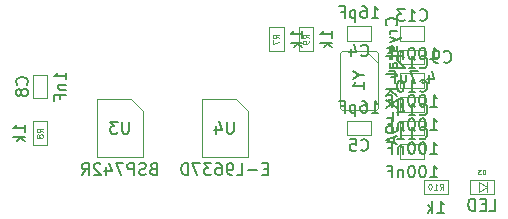
<source format=gbr>
%TF.GenerationSoftware,KiCad,Pcbnew,4.0.7-e2-6376~58~ubuntu16.04.1*%
%TF.CreationDate,2017-12-06T16:05:08+02:00*%
%TF.ProjectId,ecu_emu,6563755F656D752E6B696361645F7063,rev?*%
%TF.FileFunction,Other,Fab,Bot*%
%FSLAX46Y46*%
G04 Gerber Fmt 4.6, Leading zero omitted, Abs format (unit mm)*
G04 Created by KiCad (PCBNEW 4.0.7-e2-6376~58~ubuntu16.04.1) date Wed Dec  6 16:05:08 2017*
%MOMM*%
%LPD*%
G01*
G04 APERTURE LIST*
%ADD10C,0.100000*%
%ADD11C,0.150000*%
%ADD12C,0.075000*%
G04 APERTURE END LIST*
D10*
X65500000Y-22380000D02*
X65500000Y-23620000D01*
X67500000Y-22380000D02*
X65500000Y-22380000D01*
X67500000Y-23620000D02*
X67500000Y-22380000D01*
X65500000Y-23620000D02*
X67500000Y-23620000D01*
X65500000Y-30380000D02*
X65500000Y-31620000D01*
X67500000Y-30380000D02*
X65500000Y-30380000D01*
X67500000Y-31620000D02*
X67500000Y-30380000D01*
X65500000Y-31620000D02*
X67500000Y-31620000D01*
X72000000Y-25620000D02*
X72000000Y-24380000D01*
X70000000Y-25620000D02*
X72000000Y-25620000D01*
X70000000Y-24380000D02*
X70000000Y-25620000D01*
X72000000Y-24380000D02*
X70000000Y-24380000D01*
X60120000Y-22500000D02*
X58880000Y-22500000D01*
X60120000Y-24500000D02*
X60120000Y-22500000D01*
X58880000Y-24500000D02*
X60120000Y-24500000D01*
X58880000Y-22500000D02*
X58880000Y-24500000D01*
X38880000Y-32450000D02*
X40120000Y-32450000D01*
X38880000Y-30450000D02*
X38880000Y-32450000D01*
X40120000Y-30450000D02*
X38880000Y-30450000D01*
X40120000Y-32450000D02*
X40120000Y-30450000D01*
X56070000Y-28585000D02*
X53170000Y-28585000D01*
X53170000Y-28585000D02*
X53170000Y-33485000D01*
X53170000Y-33485000D02*
X57070000Y-33485000D01*
X57070000Y-33485000D02*
X57070000Y-29585000D01*
X57070000Y-29585000D02*
X56070000Y-28585000D01*
X64900000Y-24700000D02*
X64900000Y-29300000D01*
X64900000Y-29300000D02*
X65100000Y-29500000D01*
X65100000Y-29500000D02*
X67900000Y-29500000D01*
X67900000Y-29500000D02*
X68100000Y-29300000D01*
X68100000Y-29300000D02*
X68100000Y-24700000D01*
X68100000Y-24700000D02*
X67900000Y-24500000D01*
X67900000Y-24500000D02*
X65100000Y-24500000D01*
X65100000Y-24500000D02*
X64900000Y-24700000D01*
X67100000Y-24500000D02*
X68100000Y-25500000D01*
X62620000Y-22500000D02*
X61380000Y-22500000D01*
X62620000Y-24500000D02*
X62620000Y-22500000D01*
X61380000Y-24500000D02*
X62620000Y-24500000D01*
X61380000Y-22500000D02*
X61380000Y-24500000D01*
X40120000Y-26500000D02*
X38880000Y-26500000D01*
X40120000Y-28500000D02*
X40120000Y-26500000D01*
X38880000Y-28500000D02*
X40120000Y-28500000D01*
X38880000Y-26500000D02*
X38880000Y-28500000D01*
X72000000Y-29620000D02*
X72000000Y-28380000D01*
X70000000Y-29620000D02*
X72000000Y-29620000D01*
X70000000Y-28380000D02*
X70000000Y-29620000D01*
X72000000Y-28380000D02*
X70000000Y-28380000D01*
X72000000Y-33620000D02*
X72000000Y-32380000D01*
X70000000Y-33620000D02*
X72000000Y-33620000D01*
X70000000Y-32380000D02*
X70000000Y-33620000D01*
X72000000Y-32380000D02*
X70000000Y-32380000D01*
X72000000Y-27620000D02*
X72000000Y-26380000D01*
X70000000Y-27620000D02*
X72000000Y-27620000D01*
X70000000Y-26380000D02*
X70000000Y-27620000D01*
X72000000Y-26380000D02*
X70000000Y-26380000D01*
X72000000Y-23620000D02*
X72000000Y-22380000D01*
X70000000Y-23620000D02*
X72000000Y-23620000D01*
X70000000Y-22380000D02*
X70000000Y-23620000D01*
X72000000Y-22380000D02*
X70000000Y-22380000D01*
X72000000Y-31620000D02*
X72000000Y-30380000D01*
X70000000Y-31620000D02*
X72000000Y-31620000D01*
X70000000Y-30380000D02*
X70000000Y-31620000D01*
X72000000Y-30380000D02*
X70000000Y-30380000D01*
X47192000Y-28585000D02*
X44292000Y-28585000D01*
X44292000Y-28585000D02*
X44292000Y-33485000D01*
X44292000Y-33485000D02*
X48192000Y-33485000D01*
X48192000Y-33485000D02*
X48192000Y-29585000D01*
X48192000Y-29585000D02*
X47192000Y-28585000D01*
X77300000Y-35600000D02*
X77300000Y-36400000D01*
X77300000Y-36000000D02*
X76700000Y-35600000D01*
X76700000Y-36400000D02*
X77300000Y-36000000D01*
X76700000Y-35600000D02*
X76700000Y-36400000D01*
X75900000Y-36600000D02*
X77900000Y-36600000D01*
X75900000Y-35400000D02*
X75900000Y-36600000D01*
X77900000Y-35400000D02*
X75900000Y-35400000D01*
X77900000Y-36600000D02*
X77900000Y-35400000D01*
X74000000Y-36620000D02*
X74000000Y-35380000D01*
X72000000Y-36620000D02*
X74000000Y-36620000D01*
X72000000Y-35380000D02*
X72000000Y-36620000D01*
X74000000Y-35380000D02*
X72000000Y-35380000D01*
D11*
X67571428Y-21702381D02*
X68142857Y-21702381D01*
X67857143Y-21702381D02*
X67857143Y-20702381D01*
X67952381Y-20845238D01*
X68047619Y-20940476D01*
X68142857Y-20988095D01*
X66714285Y-20702381D02*
X66904762Y-20702381D01*
X67000000Y-20750000D01*
X67047619Y-20797619D01*
X67142857Y-20940476D01*
X67190476Y-21130952D01*
X67190476Y-21511905D01*
X67142857Y-21607143D01*
X67095238Y-21654762D01*
X67000000Y-21702381D01*
X66809523Y-21702381D01*
X66714285Y-21654762D01*
X66666666Y-21607143D01*
X66619047Y-21511905D01*
X66619047Y-21273810D01*
X66666666Y-21178571D01*
X66714285Y-21130952D01*
X66809523Y-21083333D01*
X67000000Y-21083333D01*
X67095238Y-21130952D01*
X67142857Y-21178571D01*
X67190476Y-21273810D01*
X66190476Y-21035714D02*
X66190476Y-22035714D01*
X66190476Y-21083333D02*
X66095238Y-21035714D01*
X65904761Y-21035714D01*
X65809523Y-21083333D01*
X65761904Y-21130952D01*
X65714285Y-21226190D01*
X65714285Y-21511905D01*
X65761904Y-21607143D01*
X65809523Y-21654762D01*
X65904761Y-21702381D01*
X66095238Y-21702381D01*
X66190476Y-21654762D01*
X64952380Y-21178571D02*
X65285714Y-21178571D01*
X65285714Y-21702381D02*
X65285714Y-20702381D01*
X64809523Y-20702381D01*
X66666666Y-24857143D02*
X66714285Y-24904762D01*
X66857142Y-24952381D01*
X66952380Y-24952381D01*
X67095238Y-24904762D01*
X67190476Y-24809524D01*
X67238095Y-24714286D01*
X67285714Y-24523810D01*
X67285714Y-24380952D01*
X67238095Y-24190476D01*
X67190476Y-24095238D01*
X67095238Y-24000000D01*
X66952380Y-23952381D01*
X66857142Y-23952381D01*
X66714285Y-24000000D01*
X66666666Y-24047619D01*
X65809523Y-24285714D02*
X65809523Y-24952381D01*
X66047619Y-23904762D02*
X66285714Y-24619048D01*
X65666666Y-24619048D01*
X67571428Y-29702381D02*
X68142857Y-29702381D01*
X67857143Y-29702381D02*
X67857143Y-28702381D01*
X67952381Y-28845238D01*
X68047619Y-28940476D01*
X68142857Y-28988095D01*
X66714285Y-28702381D02*
X66904762Y-28702381D01*
X67000000Y-28750000D01*
X67047619Y-28797619D01*
X67142857Y-28940476D01*
X67190476Y-29130952D01*
X67190476Y-29511905D01*
X67142857Y-29607143D01*
X67095238Y-29654762D01*
X67000000Y-29702381D01*
X66809523Y-29702381D01*
X66714285Y-29654762D01*
X66666666Y-29607143D01*
X66619047Y-29511905D01*
X66619047Y-29273810D01*
X66666666Y-29178571D01*
X66714285Y-29130952D01*
X66809523Y-29083333D01*
X67000000Y-29083333D01*
X67095238Y-29130952D01*
X67142857Y-29178571D01*
X67190476Y-29273810D01*
X66190476Y-29035714D02*
X66190476Y-30035714D01*
X66190476Y-29083333D02*
X66095238Y-29035714D01*
X65904761Y-29035714D01*
X65809523Y-29083333D01*
X65761904Y-29130952D01*
X65714285Y-29226190D01*
X65714285Y-29511905D01*
X65761904Y-29607143D01*
X65809523Y-29654762D01*
X65904761Y-29702381D01*
X66095238Y-29702381D01*
X66190476Y-29654762D01*
X64952380Y-29178571D02*
X65285714Y-29178571D01*
X65285714Y-29702381D02*
X65285714Y-28702381D01*
X64809523Y-28702381D01*
X66666666Y-32857143D02*
X66714285Y-32904762D01*
X66857142Y-32952381D01*
X66952380Y-32952381D01*
X67095238Y-32904762D01*
X67190476Y-32809524D01*
X67238095Y-32714286D01*
X67285714Y-32523810D01*
X67285714Y-32380952D01*
X67238095Y-32190476D01*
X67190476Y-32095238D01*
X67095238Y-32000000D01*
X66952380Y-31952381D01*
X66857142Y-31952381D01*
X66714285Y-32000000D01*
X66666666Y-32047619D01*
X65761904Y-31952381D02*
X66238095Y-31952381D01*
X66285714Y-32428571D01*
X66238095Y-32380952D01*
X66142857Y-32333333D01*
X65904761Y-32333333D01*
X65809523Y-32380952D01*
X65761904Y-32428571D01*
X65714285Y-32523810D01*
X65714285Y-32761905D01*
X65761904Y-32857143D01*
X65809523Y-32904762D01*
X65904761Y-32952381D01*
X66142857Y-32952381D01*
X66238095Y-32904762D01*
X66285714Y-32857143D01*
X72404761Y-26535714D02*
X72404761Y-27202381D01*
X72642857Y-26154762D02*
X72880952Y-26869048D01*
X72261904Y-26869048D01*
X71880952Y-27107143D02*
X71833333Y-27154762D01*
X71880952Y-27202381D01*
X71928571Y-27154762D01*
X71880952Y-27107143D01*
X71880952Y-27202381D01*
X71500000Y-26202381D02*
X70833333Y-26202381D01*
X71261905Y-27202381D01*
X70023809Y-26535714D02*
X70023809Y-27202381D01*
X70452381Y-26535714D02*
X70452381Y-27059524D01*
X70404762Y-27154762D01*
X70309524Y-27202381D01*
X70166666Y-27202381D01*
X70071428Y-27154762D01*
X70023809Y-27107143D01*
X69214285Y-26678571D02*
X69547619Y-26678571D01*
X69547619Y-27202381D02*
X69547619Y-26202381D01*
X69071428Y-26202381D01*
X73680666Y-25391143D02*
X73728285Y-25438762D01*
X73871142Y-25486381D01*
X73966380Y-25486381D01*
X74109238Y-25438762D01*
X74204476Y-25343524D01*
X74252095Y-25248286D01*
X74299714Y-25057810D01*
X74299714Y-24914952D01*
X74252095Y-24724476D01*
X74204476Y-24629238D01*
X74109238Y-24534000D01*
X73966380Y-24486381D01*
X73871142Y-24486381D01*
X73728285Y-24534000D01*
X73680666Y-24581619D01*
X73204476Y-25486381D02*
X73014000Y-25486381D01*
X72918761Y-25438762D01*
X72871142Y-25391143D01*
X72775904Y-25248286D01*
X72728285Y-25057810D01*
X72728285Y-24676857D01*
X72775904Y-24581619D01*
X72823523Y-24534000D01*
X72918761Y-24486381D01*
X73109238Y-24486381D01*
X73204476Y-24534000D01*
X73252095Y-24581619D01*
X73299714Y-24676857D01*
X73299714Y-24914952D01*
X73252095Y-25010190D01*
X73204476Y-25057810D01*
X73109238Y-25105429D01*
X72918761Y-25105429D01*
X72823523Y-25057810D01*
X72775904Y-25010190D01*
X72728285Y-24914952D01*
X61702381Y-23380953D02*
X61702381Y-22809524D01*
X61702381Y-23095238D02*
X60702381Y-23095238D01*
X60845238Y-23000000D01*
X60940476Y-22904762D01*
X60988095Y-22809524D01*
X61702381Y-23809524D02*
X60702381Y-23809524D01*
X61321429Y-23904762D02*
X61702381Y-24190477D01*
X61035714Y-24190477D02*
X61416667Y-23809524D01*
D12*
X59726190Y-23416667D02*
X59488095Y-23250000D01*
X59726190Y-23130953D02*
X59226190Y-23130953D01*
X59226190Y-23321429D01*
X59250000Y-23369048D01*
X59273810Y-23392857D01*
X59321429Y-23416667D01*
X59392857Y-23416667D01*
X59440476Y-23392857D01*
X59464286Y-23369048D01*
X59488095Y-23321429D01*
X59488095Y-23130953D01*
X59226190Y-23583334D02*
X59226190Y-23916667D01*
X59726190Y-23702381D01*
D11*
X38202381Y-31330953D02*
X38202381Y-30759524D01*
X38202381Y-31045238D02*
X37202381Y-31045238D01*
X37345238Y-30950000D01*
X37440476Y-30854762D01*
X37488095Y-30759524D01*
X38202381Y-31759524D02*
X37202381Y-31759524D01*
X37821429Y-31854762D02*
X38202381Y-32140477D01*
X37535714Y-32140477D02*
X37916667Y-31759524D01*
D12*
X39726190Y-31366667D02*
X39488095Y-31200000D01*
X39726190Y-31080953D02*
X39226190Y-31080953D01*
X39226190Y-31271429D01*
X39250000Y-31319048D01*
X39273810Y-31342857D01*
X39321429Y-31366667D01*
X39392857Y-31366667D01*
X39440476Y-31342857D01*
X39464286Y-31319048D01*
X39488095Y-31271429D01*
X39488095Y-31080953D01*
X39440476Y-31652381D02*
X39416667Y-31604762D01*
X39392857Y-31580953D01*
X39345238Y-31557143D01*
X39321429Y-31557143D01*
X39273810Y-31580953D01*
X39250000Y-31604762D01*
X39226190Y-31652381D01*
X39226190Y-31747619D01*
X39250000Y-31795238D01*
X39273810Y-31819048D01*
X39321429Y-31842857D01*
X39345238Y-31842857D01*
X39392857Y-31819048D01*
X39416667Y-31795238D01*
X39440476Y-31747619D01*
X39440476Y-31652381D01*
X39464286Y-31604762D01*
X39488095Y-31580953D01*
X39535714Y-31557143D01*
X39630952Y-31557143D01*
X39678571Y-31580953D01*
X39702381Y-31604762D01*
X39726190Y-31652381D01*
X39726190Y-31747619D01*
X39702381Y-31795238D01*
X39678571Y-31819048D01*
X39630952Y-31842857D01*
X39535714Y-31842857D01*
X39488095Y-31819048D01*
X39464286Y-31795238D01*
X39440476Y-31747619D01*
D11*
X58762857Y-34463571D02*
X58429523Y-34463571D01*
X58286666Y-34987381D02*
X58762857Y-34987381D01*
X58762857Y-33987381D01*
X58286666Y-33987381D01*
X57858095Y-34606429D02*
X57096190Y-34606429D01*
X56143809Y-34987381D02*
X56620000Y-34987381D01*
X56620000Y-33987381D01*
X55762857Y-34987381D02*
X55572381Y-34987381D01*
X55477142Y-34939762D01*
X55429523Y-34892143D01*
X55334285Y-34749286D01*
X55286666Y-34558810D01*
X55286666Y-34177857D01*
X55334285Y-34082619D01*
X55381904Y-34035000D01*
X55477142Y-33987381D01*
X55667619Y-33987381D01*
X55762857Y-34035000D01*
X55810476Y-34082619D01*
X55858095Y-34177857D01*
X55858095Y-34415952D01*
X55810476Y-34511190D01*
X55762857Y-34558810D01*
X55667619Y-34606429D01*
X55477142Y-34606429D01*
X55381904Y-34558810D01*
X55334285Y-34511190D01*
X55286666Y-34415952D01*
X54429523Y-33987381D02*
X54620000Y-33987381D01*
X54715238Y-34035000D01*
X54762857Y-34082619D01*
X54858095Y-34225476D01*
X54905714Y-34415952D01*
X54905714Y-34796905D01*
X54858095Y-34892143D01*
X54810476Y-34939762D01*
X54715238Y-34987381D01*
X54524761Y-34987381D01*
X54429523Y-34939762D01*
X54381904Y-34892143D01*
X54334285Y-34796905D01*
X54334285Y-34558810D01*
X54381904Y-34463571D01*
X54429523Y-34415952D01*
X54524761Y-34368333D01*
X54715238Y-34368333D01*
X54810476Y-34415952D01*
X54858095Y-34463571D01*
X54905714Y-34558810D01*
X54000952Y-33987381D02*
X53381904Y-33987381D01*
X53715238Y-34368333D01*
X53572380Y-34368333D01*
X53477142Y-34415952D01*
X53429523Y-34463571D01*
X53381904Y-34558810D01*
X53381904Y-34796905D01*
X53429523Y-34892143D01*
X53477142Y-34939762D01*
X53572380Y-34987381D01*
X53858095Y-34987381D01*
X53953333Y-34939762D01*
X54000952Y-34892143D01*
X53048571Y-33987381D02*
X52381904Y-33987381D01*
X52810476Y-34987381D01*
X52000952Y-34987381D02*
X52000952Y-33987381D01*
X51762857Y-33987381D01*
X51619999Y-34035000D01*
X51524761Y-34130238D01*
X51477142Y-34225476D01*
X51429523Y-34415952D01*
X51429523Y-34558810D01*
X51477142Y-34749286D01*
X51524761Y-34844524D01*
X51619999Y-34939762D01*
X51762857Y-34987381D01*
X52000952Y-34987381D01*
X55881905Y-30487381D02*
X55881905Y-31296905D01*
X55834286Y-31392143D01*
X55786667Y-31439762D01*
X55691429Y-31487381D01*
X55500952Y-31487381D01*
X55405714Y-31439762D01*
X55358095Y-31392143D01*
X55310476Y-31296905D01*
X55310476Y-30487381D01*
X54405714Y-30820714D02*
X54405714Y-31487381D01*
X54643810Y-30439762D02*
X54881905Y-31154048D01*
X54262857Y-31154048D01*
X69657143Y-22333333D02*
X69704762Y-22285714D01*
X69752381Y-22142857D01*
X69752381Y-22047619D01*
X69704762Y-21904761D01*
X69609524Y-21809523D01*
X69514286Y-21761904D01*
X69323810Y-21714285D01*
X69180952Y-21714285D01*
X68990476Y-21761904D01*
X68895238Y-21809523D01*
X68800000Y-21904761D01*
X68752381Y-22047619D01*
X68752381Y-22142857D01*
X68800000Y-22285714D01*
X68847619Y-22333333D01*
X69752381Y-22761904D02*
X69085714Y-22761904D01*
X69276190Y-22761904D02*
X69180952Y-22809523D01*
X69133333Y-22857142D01*
X69085714Y-22952380D01*
X69085714Y-23047619D01*
X69085714Y-23285714D02*
X69752381Y-23523809D01*
X69085714Y-23761905D02*
X69752381Y-23523809D01*
X69990476Y-23428571D01*
X70038095Y-23380952D01*
X70085714Y-23285714D01*
X69704762Y-24095238D02*
X69752381Y-24190476D01*
X69752381Y-24380952D01*
X69704762Y-24476191D01*
X69609524Y-24523810D01*
X69561905Y-24523810D01*
X69466667Y-24476191D01*
X69419048Y-24380952D01*
X69419048Y-24238095D01*
X69371429Y-24142857D01*
X69276190Y-24095238D01*
X69228571Y-24095238D01*
X69133333Y-24142857D01*
X69085714Y-24238095D01*
X69085714Y-24380952D01*
X69133333Y-24476191D01*
X69085714Y-24809524D02*
X69085714Y-25190476D01*
X68752381Y-24952381D02*
X69609524Y-24952381D01*
X69704762Y-25000000D01*
X69752381Y-25095238D01*
X69752381Y-25190476D01*
X69752381Y-25952382D02*
X69228571Y-25952382D01*
X69133333Y-25904763D01*
X69085714Y-25809525D01*
X69085714Y-25619048D01*
X69133333Y-25523810D01*
X69704762Y-25952382D02*
X69752381Y-25857144D01*
X69752381Y-25619048D01*
X69704762Y-25523810D01*
X69609524Y-25476191D01*
X69514286Y-25476191D01*
X69419048Y-25523810D01*
X69371429Y-25619048D01*
X69371429Y-25857144D01*
X69323810Y-25952382D01*
X69752381Y-26571429D02*
X69704762Y-26476191D01*
X69609524Y-26428572D01*
X68752381Y-26428572D01*
X69752381Y-27714287D02*
X68752381Y-27714287D01*
X69752381Y-28285716D02*
X69180952Y-27857144D01*
X68752381Y-28285716D02*
X69323810Y-27714287D01*
X68752381Y-28619049D02*
X69752381Y-29285716D01*
X68752381Y-29285716D02*
X69752381Y-28619049D01*
X69371429Y-29666668D02*
X69371429Y-30428573D01*
X69752381Y-30952382D02*
X69752381Y-31142858D01*
X69704762Y-31238097D01*
X69657143Y-31285716D01*
X69514286Y-31380954D01*
X69323810Y-31428573D01*
X68942857Y-31428573D01*
X68847619Y-31380954D01*
X68800000Y-31333335D01*
X68752381Y-31238097D01*
X68752381Y-31047620D01*
X68800000Y-30952382D01*
X68847619Y-30904763D01*
X68942857Y-30857144D01*
X69180952Y-30857144D01*
X69276190Y-30904763D01*
X69323810Y-30952382D01*
X69371429Y-31047620D01*
X69371429Y-31238097D01*
X69323810Y-31333335D01*
X69276190Y-31380954D01*
X69180952Y-31428573D01*
X69466667Y-31809525D02*
X69466667Y-32285716D01*
X69752381Y-31714287D02*
X68752381Y-32047620D01*
X69752381Y-32380954D01*
X66476190Y-26523809D02*
X66952381Y-26523809D01*
X65952381Y-26190476D02*
X66476190Y-26523809D01*
X65952381Y-26857143D01*
X66952381Y-27714286D02*
X66952381Y-27142857D01*
X66952381Y-27428571D02*
X65952381Y-27428571D01*
X66095238Y-27333333D01*
X66190476Y-27238095D01*
X66238095Y-27142857D01*
X64202381Y-23380953D02*
X64202381Y-22809524D01*
X64202381Y-23095238D02*
X63202381Y-23095238D01*
X63345238Y-23000000D01*
X63440476Y-22904762D01*
X63488095Y-22809524D01*
X64202381Y-23809524D02*
X63202381Y-23809524D01*
X63821429Y-23904762D02*
X64202381Y-24190477D01*
X63535714Y-24190477D02*
X63916667Y-23809524D01*
D12*
X62226190Y-23416667D02*
X61988095Y-23250000D01*
X62226190Y-23130953D02*
X61726190Y-23130953D01*
X61726190Y-23321429D01*
X61750000Y-23369048D01*
X61773810Y-23392857D01*
X61821429Y-23416667D01*
X61892857Y-23416667D01*
X61940476Y-23392857D01*
X61964286Y-23369048D01*
X61988095Y-23321429D01*
X61988095Y-23130953D01*
X62226190Y-23654762D02*
X62226190Y-23750000D01*
X62202381Y-23797619D01*
X62178571Y-23821429D01*
X62107143Y-23869048D01*
X62011905Y-23892857D01*
X61821429Y-23892857D01*
X61773810Y-23869048D01*
X61750000Y-23845238D01*
X61726190Y-23797619D01*
X61726190Y-23702381D01*
X61750000Y-23654762D01*
X61773810Y-23630953D01*
X61821429Y-23607143D01*
X61940476Y-23607143D01*
X61988095Y-23630953D01*
X62011905Y-23654762D01*
X62035714Y-23702381D01*
X62035714Y-23797619D01*
X62011905Y-23845238D01*
X61988095Y-23869048D01*
X61940476Y-23892857D01*
D11*
X41702381Y-26904762D02*
X41702381Y-26333333D01*
X41702381Y-26619047D02*
X40702381Y-26619047D01*
X40845238Y-26523809D01*
X40940476Y-26428571D01*
X40988095Y-26333333D01*
X41035714Y-27333333D02*
X41702381Y-27333333D01*
X41130952Y-27333333D02*
X41083333Y-27380952D01*
X41035714Y-27476190D01*
X41035714Y-27619048D01*
X41083333Y-27714286D01*
X41178571Y-27761905D01*
X41702381Y-27761905D01*
X41178571Y-28571429D02*
X41178571Y-28238095D01*
X41702381Y-28238095D02*
X40702381Y-28238095D01*
X40702381Y-28714286D01*
X38357143Y-27333334D02*
X38404762Y-27285715D01*
X38452381Y-27142858D01*
X38452381Y-27047620D01*
X38404762Y-26904762D01*
X38309524Y-26809524D01*
X38214286Y-26761905D01*
X38023810Y-26714286D01*
X37880952Y-26714286D01*
X37690476Y-26761905D01*
X37595238Y-26809524D01*
X37500000Y-26904762D01*
X37452381Y-27047620D01*
X37452381Y-27142858D01*
X37500000Y-27285715D01*
X37547619Y-27333334D01*
X37880952Y-27904762D02*
X37833333Y-27809524D01*
X37785714Y-27761905D01*
X37690476Y-27714286D01*
X37642857Y-27714286D01*
X37547619Y-27761905D01*
X37500000Y-27809524D01*
X37452381Y-27904762D01*
X37452381Y-28095239D01*
X37500000Y-28190477D01*
X37547619Y-28238096D01*
X37642857Y-28285715D01*
X37690476Y-28285715D01*
X37785714Y-28238096D01*
X37833333Y-28190477D01*
X37880952Y-28095239D01*
X37880952Y-27904762D01*
X37928571Y-27809524D01*
X37976190Y-27761905D01*
X38071429Y-27714286D01*
X38261905Y-27714286D01*
X38357143Y-27761905D01*
X38404762Y-27809524D01*
X38452381Y-27904762D01*
X38452381Y-28095239D01*
X38404762Y-28190477D01*
X38357143Y-28238096D01*
X38261905Y-28285715D01*
X38071429Y-28285715D01*
X37976190Y-28238096D01*
X37928571Y-28190477D01*
X37880952Y-28095239D01*
X72547619Y-31202381D02*
X73119048Y-31202381D01*
X72833334Y-31202381D02*
X72833334Y-30202381D01*
X72928572Y-30345238D01*
X73023810Y-30440476D01*
X73119048Y-30488095D01*
X71928572Y-30202381D02*
X71833333Y-30202381D01*
X71738095Y-30250000D01*
X71690476Y-30297619D01*
X71642857Y-30392857D01*
X71595238Y-30583333D01*
X71595238Y-30821429D01*
X71642857Y-31011905D01*
X71690476Y-31107143D01*
X71738095Y-31154762D01*
X71833333Y-31202381D01*
X71928572Y-31202381D01*
X72023810Y-31154762D01*
X72071429Y-31107143D01*
X72119048Y-31011905D01*
X72166667Y-30821429D01*
X72166667Y-30583333D01*
X72119048Y-30392857D01*
X72071429Y-30297619D01*
X72023810Y-30250000D01*
X71928572Y-30202381D01*
X70976191Y-30202381D02*
X70880952Y-30202381D01*
X70785714Y-30250000D01*
X70738095Y-30297619D01*
X70690476Y-30392857D01*
X70642857Y-30583333D01*
X70642857Y-30821429D01*
X70690476Y-31011905D01*
X70738095Y-31107143D01*
X70785714Y-31154762D01*
X70880952Y-31202381D01*
X70976191Y-31202381D01*
X71071429Y-31154762D01*
X71119048Y-31107143D01*
X71166667Y-31011905D01*
X71214286Y-30821429D01*
X71214286Y-30583333D01*
X71166667Y-30392857D01*
X71119048Y-30297619D01*
X71071429Y-30250000D01*
X70976191Y-30202381D01*
X70214286Y-30535714D02*
X70214286Y-31202381D01*
X70214286Y-30630952D02*
X70166667Y-30583333D01*
X70071429Y-30535714D01*
X69928571Y-30535714D01*
X69833333Y-30583333D01*
X69785714Y-30678571D01*
X69785714Y-31202381D01*
X68976190Y-30678571D02*
X69309524Y-30678571D01*
X69309524Y-31202381D02*
X69309524Y-30202381D01*
X68833333Y-30202381D01*
X71642857Y-27857143D02*
X71690476Y-27904762D01*
X71833333Y-27952381D01*
X71928571Y-27952381D01*
X72071429Y-27904762D01*
X72166667Y-27809524D01*
X72214286Y-27714286D01*
X72261905Y-27523810D01*
X72261905Y-27380952D01*
X72214286Y-27190476D01*
X72166667Y-27095238D01*
X72071429Y-27000000D01*
X71928571Y-26952381D01*
X71833333Y-26952381D01*
X71690476Y-27000000D01*
X71642857Y-27047619D01*
X70690476Y-27952381D02*
X71261905Y-27952381D01*
X70976191Y-27952381D02*
X70976191Y-26952381D01*
X71071429Y-27095238D01*
X71166667Y-27190476D01*
X71261905Y-27238095D01*
X70071429Y-26952381D02*
X69976190Y-26952381D01*
X69880952Y-27000000D01*
X69833333Y-27047619D01*
X69785714Y-27142857D01*
X69738095Y-27333333D01*
X69738095Y-27571429D01*
X69785714Y-27761905D01*
X69833333Y-27857143D01*
X69880952Y-27904762D01*
X69976190Y-27952381D01*
X70071429Y-27952381D01*
X70166667Y-27904762D01*
X70214286Y-27857143D01*
X70261905Y-27761905D01*
X70309524Y-27571429D01*
X70309524Y-27333333D01*
X70261905Y-27142857D01*
X70214286Y-27047619D01*
X70166667Y-27000000D01*
X70071429Y-26952381D01*
X72547619Y-35202381D02*
X73119048Y-35202381D01*
X72833334Y-35202381D02*
X72833334Y-34202381D01*
X72928572Y-34345238D01*
X73023810Y-34440476D01*
X73119048Y-34488095D01*
X71928572Y-34202381D02*
X71833333Y-34202381D01*
X71738095Y-34250000D01*
X71690476Y-34297619D01*
X71642857Y-34392857D01*
X71595238Y-34583333D01*
X71595238Y-34821429D01*
X71642857Y-35011905D01*
X71690476Y-35107143D01*
X71738095Y-35154762D01*
X71833333Y-35202381D01*
X71928572Y-35202381D01*
X72023810Y-35154762D01*
X72071429Y-35107143D01*
X72119048Y-35011905D01*
X72166667Y-34821429D01*
X72166667Y-34583333D01*
X72119048Y-34392857D01*
X72071429Y-34297619D01*
X72023810Y-34250000D01*
X71928572Y-34202381D01*
X70976191Y-34202381D02*
X70880952Y-34202381D01*
X70785714Y-34250000D01*
X70738095Y-34297619D01*
X70690476Y-34392857D01*
X70642857Y-34583333D01*
X70642857Y-34821429D01*
X70690476Y-35011905D01*
X70738095Y-35107143D01*
X70785714Y-35154762D01*
X70880952Y-35202381D01*
X70976191Y-35202381D01*
X71071429Y-35154762D01*
X71119048Y-35107143D01*
X71166667Y-35011905D01*
X71214286Y-34821429D01*
X71214286Y-34583333D01*
X71166667Y-34392857D01*
X71119048Y-34297619D01*
X71071429Y-34250000D01*
X70976191Y-34202381D01*
X70214286Y-34535714D02*
X70214286Y-35202381D01*
X70214286Y-34630952D02*
X70166667Y-34583333D01*
X70071429Y-34535714D01*
X69928571Y-34535714D01*
X69833333Y-34583333D01*
X69785714Y-34678571D01*
X69785714Y-35202381D01*
X68976190Y-34678571D02*
X69309524Y-34678571D01*
X69309524Y-35202381D02*
X69309524Y-34202381D01*
X68833333Y-34202381D01*
X71642857Y-31857143D02*
X71690476Y-31904762D01*
X71833333Y-31952381D01*
X71928571Y-31952381D01*
X72071429Y-31904762D01*
X72166667Y-31809524D01*
X72214286Y-31714286D01*
X72261905Y-31523810D01*
X72261905Y-31380952D01*
X72214286Y-31190476D01*
X72166667Y-31095238D01*
X72071429Y-31000000D01*
X71928571Y-30952381D01*
X71833333Y-30952381D01*
X71690476Y-31000000D01*
X71642857Y-31047619D01*
X70690476Y-31952381D02*
X71261905Y-31952381D01*
X70976191Y-31952381D02*
X70976191Y-30952381D01*
X71071429Y-31095238D01*
X71166667Y-31190476D01*
X71261905Y-31238095D01*
X69738095Y-31952381D02*
X70309524Y-31952381D01*
X70023810Y-31952381D02*
X70023810Y-30952381D01*
X70119048Y-31095238D01*
X70214286Y-31190476D01*
X70309524Y-31238095D01*
X72547619Y-29202381D02*
X73119048Y-29202381D01*
X72833334Y-29202381D02*
X72833334Y-28202381D01*
X72928572Y-28345238D01*
X73023810Y-28440476D01*
X73119048Y-28488095D01*
X71928572Y-28202381D02*
X71833333Y-28202381D01*
X71738095Y-28250000D01*
X71690476Y-28297619D01*
X71642857Y-28392857D01*
X71595238Y-28583333D01*
X71595238Y-28821429D01*
X71642857Y-29011905D01*
X71690476Y-29107143D01*
X71738095Y-29154762D01*
X71833333Y-29202381D01*
X71928572Y-29202381D01*
X72023810Y-29154762D01*
X72071429Y-29107143D01*
X72119048Y-29011905D01*
X72166667Y-28821429D01*
X72166667Y-28583333D01*
X72119048Y-28392857D01*
X72071429Y-28297619D01*
X72023810Y-28250000D01*
X71928572Y-28202381D01*
X70976191Y-28202381D02*
X70880952Y-28202381D01*
X70785714Y-28250000D01*
X70738095Y-28297619D01*
X70690476Y-28392857D01*
X70642857Y-28583333D01*
X70642857Y-28821429D01*
X70690476Y-29011905D01*
X70738095Y-29107143D01*
X70785714Y-29154762D01*
X70880952Y-29202381D01*
X70976191Y-29202381D01*
X71071429Y-29154762D01*
X71119048Y-29107143D01*
X71166667Y-29011905D01*
X71214286Y-28821429D01*
X71214286Y-28583333D01*
X71166667Y-28392857D01*
X71119048Y-28297619D01*
X71071429Y-28250000D01*
X70976191Y-28202381D01*
X70214286Y-28535714D02*
X70214286Y-29202381D01*
X70214286Y-28630952D02*
X70166667Y-28583333D01*
X70071429Y-28535714D01*
X69928571Y-28535714D01*
X69833333Y-28583333D01*
X69785714Y-28678571D01*
X69785714Y-29202381D01*
X68976190Y-28678571D02*
X69309524Y-28678571D01*
X69309524Y-29202381D02*
X69309524Y-28202381D01*
X68833333Y-28202381D01*
X71642857Y-25857143D02*
X71690476Y-25904762D01*
X71833333Y-25952381D01*
X71928571Y-25952381D01*
X72071429Y-25904762D01*
X72166667Y-25809524D01*
X72214286Y-25714286D01*
X72261905Y-25523810D01*
X72261905Y-25380952D01*
X72214286Y-25190476D01*
X72166667Y-25095238D01*
X72071429Y-25000000D01*
X71928571Y-24952381D01*
X71833333Y-24952381D01*
X71690476Y-25000000D01*
X71642857Y-25047619D01*
X70690476Y-25952381D02*
X71261905Y-25952381D01*
X70976191Y-25952381D02*
X70976191Y-24952381D01*
X71071429Y-25095238D01*
X71166667Y-25190476D01*
X71261905Y-25238095D01*
X70309524Y-25047619D02*
X70261905Y-25000000D01*
X70166667Y-24952381D01*
X69928571Y-24952381D01*
X69833333Y-25000000D01*
X69785714Y-25047619D01*
X69738095Y-25142857D01*
X69738095Y-25238095D01*
X69785714Y-25380952D01*
X70357143Y-25952381D01*
X69738095Y-25952381D01*
X72547619Y-25202381D02*
X73119048Y-25202381D01*
X72833334Y-25202381D02*
X72833334Y-24202381D01*
X72928572Y-24345238D01*
X73023810Y-24440476D01*
X73119048Y-24488095D01*
X71928572Y-24202381D02*
X71833333Y-24202381D01*
X71738095Y-24250000D01*
X71690476Y-24297619D01*
X71642857Y-24392857D01*
X71595238Y-24583333D01*
X71595238Y-24821429D01*
X71642857Y-25011905D01*
X71690476Y-25107143D01*
X71738095Y-25154762D01*
X71833333Y-25202381D01*
X71928572Y-25202381D01*
X72023810Y-25154762D01*
X72071429Y-25107143D01*
X72119048Y-25011905D01*
X72166667Y-24821429D01*
X72166667Y-24583333D01*
X72119048Y-24392857D01*
X72071429Y-24297619D01*
X72023810Y-24250000D01*
X71928572Y-24202381D01*
X70976191Y-24202381D02*
X70880952Y-24202381D01*
X70785714Y-24250000D01*
X70738095Y-24297619D01*
X70690476Y-24392857D01*
X70642857Y-24583333D01*
X70642857Y-24821429D01*
X70690476Y-25011905D01*
X70738095Y-25107143D01*
X70785714Y-25154762D01*
X70880952Y-25202381D01*
X70976191Y-25202381D01*
X71071429Y-25154762D01*
X71119048Y-25107143D01*
X71166667Y-25011905D01*
X71214286Y-24821429D01*
X71214286Y-24583333D01*
X71166667Y-24392857D01*
X71119048Y-24297619D01*
X71071429Y-24250000D01*
X70976191Y-24202381D01*
X70214286Y-24535714D02*
X70214286Y-25202381D01*
X70214286Y-24630952D02*
X70166667Y-24583333D01*
X70071429Y-24535714D01*
X69928571Y-24535714D01*
X69833333Y-24583333D01*
X69785714Y-24678571D01*
X69785714Y-25202381D01*
X68976190Y-24678571D02*
X69309524Y-24678571D01*
X69309524Y-25202381D02*
X69309524Y-24202381D01*
X68833333Y-24202381D01*
X71642857Y-21857143D02*
X71690476Y-21904762D01*
X71833333Y-21952381D01*
X71928571Y-21952381D01*
X72071429Y-21904762D01*
X72166667Y-21809524D01*
X72214286Y-21714286D01*
X72261905Y-21523810D01*
X72261905Y-21380952D01*
X72214286Y-21190476D01*
X72166667Y-21095238D01*
X72071429Y-21000000D01*
X71928571Y-20952381D01*
X71833333Y-20952381D01*
X71690476Y-21000000D01*
X71642857Y-21047619D01*
X70690476Y-21952381D02*
X71261905Y-21952381D01*
X70976191Y-21952381D02*
X70976191Y-20952381D01*
X71071429Y-21095238D01*
X71166667Y-21190476D01*
X71261905Y-21238095D01*
X70357143Y-20952381D02*
X69738095Y-20952381D01*
X70071429Y-21333333D01*
X69928571Y-21333333D01*
X69833333Y-21380952D01*
X69785714Y-21428571D01*
X69738095Y-21523810D01*
X69738095Y-21761905D01*
X69785714Y-21857143D01*
X69833333Y-21904762D01*
X69928571Y-21952381D01*
X70214286Y-21952381D01*
X70309524Y-21904762D01*
X70357143Y-21857143D01*
X72547619Y-33202381D02*
X73119048Y-33202381D01*
X72833334Y-33202381D02*
X72833334Y-32202381D01*
X72928572Y-32345238D01*
X73023810Y-32440476D01*
X73119048Y-32488095D01*
X71928572Y-32202381D02*
X71833333Y-32202381D01*
X71738095Y-32250000D01*
X71690476Y-32297619D01*
X71642857Y-32392857D01*
X71595238Y-32583333D01*
X71595238Y-32821429D01*
X71642857Y-33011905D01*
X71690476Y-33107143D01*
X71738095Y-33154762D01*
X71833333Y-33202381D01*
X71928572Y-33202381D01*
X72023810Y-33154762D01*
X72071429Y-33107143D01*
X72119048Y-33011905D01*
X72166667Y-32821429D01*
X72166667Y-32583333D01*
X72119048Y-32392857D01*
X72071429Y-32297619D01*
X72023810Y-32250000D01*
X71928572Y-32202381D01*
X70976191Y-32202381D02*
X70880952Y-32202381D01*
X70785714Y-32250000D01*
X70738095Y-32297619D01*
X70690476Y-32392857D01*
X70642857Y-32583333D01*
X70642857Y-32821429D01*
X70690476Y-33011905D01*
X70738095Y-33107143D01*
X70785714Y-33154762D01*
X70880952Y-33202381D01*
X70976191Y-33202381D01*
X71071429Y-33154762D01*
X71119048Y-33107143D01*
X71166667Y-33011905D01*
X71214286Y-32821429D01*
X71214286Y-32583333D01*
X71166667Y-32392857D01*
X71119048Y-32297619D01*
X71071429Y-32250000D01*
X70976191Y-32202381D01*
X70214286Y-32535714D02*
X70214286Y-33202381D01*
X70214286Y-32630952D02*
X70166667Y-32583333D01*
X70071429Y-32535714D01*
X69928571Y-32535714D01*
X69833333Y-32583333D01*
X69785714Y-32678571D01*
X69785714Y-33202381D01*
X68976190Y-32678571D02*
X69309524Y-32678571D01*
X69309524Y-33202381D02*
X69309524Y-32202381D01*
X68833333Y-32202381D01*
X71642857Y-29857143D02*
X71690476Y-29904762D01*
X71833333Y-29952381D01*
X71928571Y-29952381D01*
X72071429Y-29904762D01*
X72166667Y-29809524D01*
X72214286Y-29714286D01*
X72261905Y-29523810D01*
X72261905Y-29380952D01*
X72214286Y-29190476D01*
X72166667Y-29095238D01*
X72071429Y-29000000D01*
X71928571Y-28952381D01*
X71833333Y-28952381D01*
X71690476Y-29000000D01*
X71642857Y-29047619D01*
X70690476Y-29952381D02*
X71261905Y-29952381D01*
X70976191Y-29952381D02*
X70976191Y-28952381D01*
X71071429Y-29095238D01*
X71166667Y-29190476D01*
X71261905Y-29238095D01*
X69833333Y-29285714D02*
X69833333Y-29952381D01*
X70071429Y-28904762D02*
X70309524Y-29619048D01*
X69690476Y-29619048D01*
X49075333Y-34463571D02*
X48932476Y-34511190D01*
X48884857Y-34558810D01*
X48837238Y-34654048D01*
X48837238Y-34796905D01*
X48884857Y-34892143D01*
X48932476Y-34939762D01*
X49027714Y-34987381D01*
X49408667Y-34987381D01*
X49408667Y-33987381D01*
X49075333Y-33987381D01*
X48980095Y-34035000D01*
X48932476Y-34082619D01*
X48884857Y-34177857D01*
X48884857Y-34273095D01*
X48932476Y-34368333D01*
X48980095Y-34415952D01*
X49075333Y-34463571D01*
X49408667Y-34463571D01*
X48456286Y-34939762D02*
X48313429Y-34987381D01*
X48075333Y-34987381D01*
X47980095Y-34939762D01*
X47932476Y-34892143D01*
X47884857Y-34796905D01*
X47884857Y-34701667D01*
X47932476Y-34606429D01*
X47980095Y-34558810D01*
X48075333Y-34511190D01*
X48265810Y-34463571D01*
X48361048Y-34415952D01*
X48408667Y-34368333D01*
X48456286Y-34273095D01*
X48456286Y-34177857D01*
X48408667Y-34082619D01*
X48361048Y-34035000D01*
X48265810Y-33987381D01*
X48027714Y-33987381D01*
X47884857Y-34035000D01*
X47456286Y-34987381D02*
X47456286Y-33987381D01*
X47075333Y-33987381D01*
X46980095Y-34035000D01*
X46932476Y-34082619D01*
X46884857Y-34177857D01*
X46884857Y-34320714D01*
X46932476Y-34415952D01*
X46980095Y-34463571D01*
X47075333Y-34511190D01*
X47456286Y-34511190D01*
X46551524Y-33987381D02*
X45884857Y-33987381D01*
X46313429Y-34987381D01*
X45075333Y-34320714D02*
X45075333Y-34987381D01*
X45313429Y-33939762D02*
X45551524Y-34654048D01*
X44932476Y-34654048D01*
X44599143Y-34082619D02*
X44551524Y-34035000D01*
X44456286Y-33987381D01*
X44218190Y-33987381D01*
X44122952Y-34035000D01*
X44075333Y-34082619D01*
X44027714Y-34177857D01*
X44027714Y-34273095D01*
X44075333Y-34415952D01*
X44646762Y-34987381D01*
X44027714Y-34987381D01*
X43027714Y-34987381D02*
X43361048Y-34511190D01*
X43599143Y-34987381D02*
X43599143Y-33987381D01*
X43218190Y-33987381D01*
X43122952Y-34035000D01*
X43075333Y-34082619D01*
X43027714Y-34177857D01*
X43027714Y-34320714D01*
X43075333Y-34415952D01*
X43122952Y-34463571D01*
X43218190Y-34511190D01*
X43599143Y-34511190D01*
X47003905Y-30487381D02*
X47003905Y-31296905D01*
X46956286Y-31392143D01*
X46908667Y-31439762D01*
X46813429Y-31487381D01*
X46622952Y-31487381D01*
X46527714Y-31439762D01*
X46480095Y-31392143D01*
X46432476Y-31296905D01*
X46432476Y-30487381D01*
X46051524Y-30487381D02*
X45432476Y-30487381D01*
X45765810Y-30868333D01*
X45622952Y-30868333D01*
X45527714Y-30915952D01*
X45480095Y-30963571D01*
X45432476Y-31058810D01*
X45432476Y-31296905D01*
X45480095Y-31392143D01*
X45527714Y-31439762D01*
X45622952Y-31487381D01*
X45908667Y-31487381D01*
X46003905Y-31439762D01*
X46051524Y-31392143D01*
X77542857Y-38002381D02*
X78019048Y-38002381D01*
X78019048Y-37002381D01*
X77209524Y-37478571D02*
X76876190Y-37478571D01*
X76733333Y-38002381D02*
X77209524Y-38002381D01*
X77209524Y-37002381D01*
X76733333Y-37002381D01*
X76304762Y-38002381D02*
X76304762Y-37002381D01*
X76066667Y-37002381D01*
X75923809Y-37050000D01*
X75828571Y-37145238D01*
X75780952Y-37240476D01*
X75733333Y-37430952D01*
X75733333Y-37573810D01*
X75780952Y-37764286D01*
X75828571Y-37859524D01*
X75923809Y-37954762D01*
X76066667Y-38002381D01*
X76304762Y-38002381D01*
D10*
X77195238Y-34930952D02*
X77195238Y-34530952D01*
X77100000Y-34530952D01*
X77042857Y-34550000D01*
X77004762Y-34588095D01*
X76985714Y-34626190D01*
X76966666Y-34702381D01*
X76966666Y-34759524D01*
X76985714Y-34835714D01*
X77004762Y-34873810D01*
X77042857Y-34911905D01*
X77100000Y-34930952D01*
X77195238Y-34930952D01*
X76833333Y-34530952D02*
X76585714Y-34530952D01*
X76719047Y-34683333D01*
X76661905Y-34683333D01*
X76623809Y-34702381D01*
X76604762Y-34721429D01*
X76585714Y-34759524D01*
X76585714Y-34854762D01*
X76604762Y-34892857D01*
X76623809Y-34911905D01*
X76661905Y-34930952D01*
X76776190Y-34930952D01*
X76814286Y-34911905D01*
X76833333Y-34892857D01*
D11*
X73119047Y-38202381D02*
X73690476Y-38202381D01*
X73404762Y-38202381D02*
X73404762Y-37202381D01*
X73500000Y-37345238D01*
X73595238Y-37440476D01*
X73690476Y-37488095D01*
X72690476Y-38202381D02*
X72690476Y-37202381D01*
X72595238Y-37821429D02*
X72309523Y-38202381D01*
X72309523Y-37535714D02*
X72690476Y-37916667D01*
D12*
X73321428Y-36226190D02*
X73488095Y-35988095D01*
X73607142Y-36226190D02*
X73607142Y-35726190D01*
X73416666Y-35726190D01*
X73369047Y-35750000D01*
X73345238Y-35773810D01*
X73321428Y-35821429D01*
X73321428Y-35892857D01*
X73345238Y-35940476D01*
X73369047Y-35964286D01*
X73416666Y-35988095D01*
X73607142Y-35988095D01*
X72845238Y-36226190D02*
X73130952Y-36226190D01*
X72988095Y-36226190D02*
X72988095Y-35726190D01*
X73035714Y-35797619D01*
X73083333Y-35845238D01*
X73130952Y-35869048D01*
X72535714Y-35726190D02*
X72488095Y-35726190D01*
X72440476Y-35750000D01*
X72416667Y-35773810D01*
X72392857Y-35821429D01*
X72369048Y-35916667D01*
X72369048Y-36035714D01*
X72392857Y-36130952D01*
X72416667Y-36178571D01*
X72440476Y-36202381D01*
X72488095Y-36226190D01*
X72535714Y-36226190D01*
X72583333Y-36202381D01*
X72607143Y-36178571D01*
X72630952Y-36130952D01*
X72654762Y-36035714D01*
X72654762Y-35916667D01*
X72630952Y-35821429D01*
X72607143Y-35773810D01*
X72583333Y-35750000D01*
X72535714Y-35726190D01*
M02*

</source>
